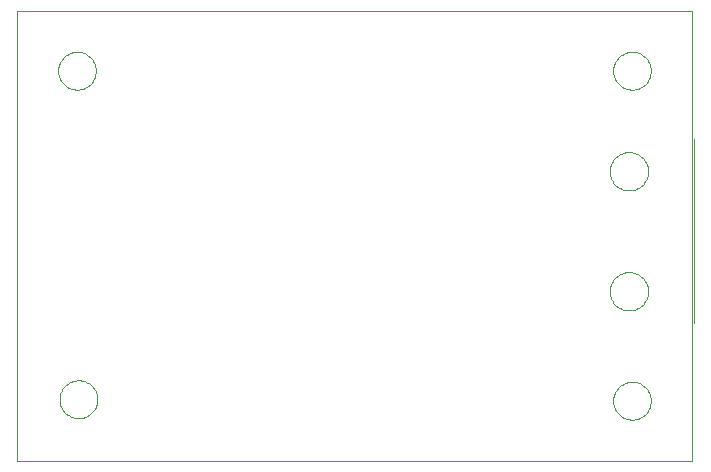
<source format=gko>
From c3ca4f95bd59f69d45e582a4149327f57a360760 Mon Sep 17 00:00:00 2001
From: jaseg <git@jaseg.de>
Date: Sun, 30 Jan 2022 20:11:38 +0100
Subject: Rename gerbonara/gerber package to just gerbonara

---
 gerbonara/tests/resources/board_outline.GKO | 503 ++++++++++++++++++++++++++++
 1 file changed, 503 insertions(+)
 create mode 100644 gerbonara/tests/resources/board_outline.GKO

(limited to 'gerbonara/tests/resources/board_outline.GKO')

diff --git a/gerbonara/tests/resources/board_outline.GKO b/gerbonara/tests/resources/board_outline.GKO
new file mode 100644
index 0000000..40b8c7d
--- /dev/null
+++ b/gerbonara/tests/resources/board_outline.GKO
@@ -0,0 +1,503 @@
+G75*
+%MOIN*%
+%OFA0B0*%
+%FSLAX24Y24*%
+%IPPOS*%
+%LPD*%
+%AMOC8*
+5,1,8,0,0,1.08239X$1,22.5*
+%
+%ADD10C,0.0000*%
+%ADD11C,0.0004*%
+D10*
+X000300Y003064D02*
+X000300Y018064D01*
+X022800Y018064D01*
+X022800Y003064D01*
+X000300Y003064D01*
+X001720Y005114D02*
+X001722Y005164D01*
+X001728Y005214D01*
+X001738Y005263D01*
+X001752Y005311D01*
+X001769Y005358D01*
+X001790Y005403D01*
+X001815Y005447D01*
+X001843Y005488D01*
+X001875Y005527D01*
+X001909Y005564D01*
+X001946Y005598D01*
+X001986Y005628D01*
+X002028Y005655D01*
+X002072Y005679D01*
+X002118Y005700D01*
+X002165Y005716D01*
+X002213Y005729D01*
+X002263Y005738D01*
+X002312Y005743D01*
+X002363Y005744D01*
+X002413Y005741D01*
+X002462Y005734D01*
+X002511Y005723D01*
+X002559Y005708D01*
+X002605Y005690D01*
+X002650Y005668D01*
+X002693Y005642D01*
+X002734Y005613D01*
+X002773Y005581D01*
+X002809Y005546D01*
+X002841Y005508D01*
+X002871Y005468D01*
+X002898Y005425D01*
+X002921Y005381D01*
+X002940Y005335D01*
+X002956Y005287D01*
+X002968Y005238D01*
+X002976Y005189D01*
+X002980Y005139D01*
+X002980Y005089D01*
+X002976Y005039D01*
+X002968Y004990D01*
+X002956Y004941D01*
+X002940Y004893D01*
+X002921Y004847D01*
+X002898Y004803D01*
+X002871Y004760D01*
+X002841Y004720D01*
+X002809Y004682D01*
+X002773Y004647D01*
+X002734Y004615D01*
+X002693Y004586D01*
+X002650Y004560D01*
+X002605Y004538D01*
+X002559Y004520D01*
+X002511Y004505D01*
+X002462Y004494D01*
+X002413Y004487D01*
+X002363Y004484D01*
+X002312Y004485D01*
+X002263Y004490D01*
+X002213Y004499D01*
+X002165Y004512D01*
+X002118Y004528D01*
+X002072Y004549D01*
+X002028Y004573D01*
+X001986Y004600D01*
+X001946Y004630D01*
+X001909Y004664D01*
+X001875Y004701D01*
+X001843Y004740D01*
+X001815Y004781D01*
+X001790Y004825D01*
+X001769Y004870D01*
+X001752Y004917D01*
+X001738Y004965D01*
+X001728Y005014D01*
+X001722Y005064D01*
+X001720Y005114D01*
+X001670Y016064D02*
+X001672Y016114D01*
+X001678Y016164D01*
+X001688Y016213D01*
+X001702Y016261D01*
+X001719Y016308D01*
+X001740Y016353D01*
+X001765Y016397D01*
+X001793Y016438D01*
+X001825Y016477D01*
+X001859Y016514D01*
+X001896Y016548D01*
+X001936Y016578D01*
+X001978Y016605D01*
+X002022Y016629D01*
+X002068Y016650D01*
+X002115Y016666D01*
+X002163Y016679D01*
+X002213Y016688D01*
+X002262Y016693D01*
+X002313Y016694D01*
+X002363Y016691D01*
+X002412Y016684D01*
+X002461Y016673D01*
+X002509Y016658D01*
+X002555Y016640D01*
+X002600Y016618D01*
+X002643Y016592D01*
+X002684Y016563D01*
+X002723Y016531D01*
+X002759Y016496D01*
+X002791Y016458D01*
+X002821Y016418D01*
+X002848Y016375D01*
+X002871Y016331D01*
+X002890Y016285D01*
+X002906Y016237D01*
+X002918Y016188D01*
+X002926Y016139D01*
+X002930Y016089D01*
+X002930Y016039D01*
+X002926Y015989D01*
+X002918Y015940D01*
+X002906Y015891D01*
+X002890Y015843D01*
+X002871Y015797D01*
+X002848Y015753D01*
+X002821Y015710D01*
+X002791Y015670D01*
+X002759Y015632D01*
+X002723Y015597D01*
+X002684Y015565D01*
+X002643Y015536D01*
+X002600Y015510D01*
+X002555Y015488D01*
+X002509Y015470D01*
+X002461Y015455D01*
+X002412Y015444D01*
+X002363Y015437D01*
+X002313Y015434D01*
+X002262Y015435D01*
+X002213Y015440D01*
+X002163Y015449D01*
+X002115Y015462D01*
+X002068Y015478D01*
+X002022Y015499D01*
+X001978Y015523D01*
+X001936Y015550D01*
+X001896Y015580D01*
+X001859Y015614D01*
+X001825Y015651D01*
+X001793Y015690D01*
+X001765Y015731D01*
+X001740Y015775D01*
+X001719Y015820D01*
+X001702Y015867D01*
+X001688Y015915D01*
+X001678Y015964D01*
+X001672Y016014D01*
+X001670Y016064D01*
+X020060Y012714D02*
+X020062Y012764D01*
+X020068Y012814D01*
+X020078Y012863D01*
+X020091Y012912D01*
+X020109Y012959D01*
+X020130Y013005D01*
+X020154Y013048D01*
+X020182Y013090D01*
+X020213Y013130D01*
+X020247Y013167D01*
+X020284Y013201D01*
+X020324Y013232D01*
+X020366Y013260D01*
+X020409Y013284D01*
+X020455Y013305D01*
+X020502Y013323D01*
+X020551Y013336D01*
+X020600Y013346D01*
+X020650Y013352D01*
+X020700Y013354D01*
+X020750Y013352D01*
+X020800Y013346D01*
+X020849Y013336D01*
+X020898Y013323D01*
+X020945Y013305D01*
+X020991Y013284D01*
+X021034Y013260D01*
+X021076Y013232D01*
+X021116Y013201D01*
+X021153Y013167D01*
+X021187Y013130D01*
+X021218Y013090D01*
+X021246Y013048D01*
+X021270Y013005D01*
+X021291Y012959D01*
+X021309Y012912D01*
+X021322Y012863D01*
+X021332Y012814D01*
+X021338Y012764D01*
+X021340Y012714D01*
+X021338Y012664D01*
+X021332Y012614D01*
+X021322Y012565D01*
+X021309Y012516D01*
+X021291Y012469D01*
+X021270Y012423D01*
+X021246Y012380D01*
+X021218Y012338D01*
+X021187Y012298D01*
+X021153Y012261D01*
+X021116Y012227D01*
+X021076Y012196D01*
+X021034Y012168D01*
+X020991Y012144D01*
+X020945Y012123D01*
+X020898Y012105D01*
+X020849Y012092D01*
+X020800Y012082D01*
+X020750Y012076D01*
+X020700Y012074D01*
+X020650Y012076D01*
+X020600Y012082D01*
+X020551Y012092D01*
+X020502Y012105D01*
+X020455Y012123D01*
+X020409Y012144D01*
+X020366Y012168D01*
+X020324Y012196D01*
+X020284Y012227D01*
+X020247Y012261D01*
+X020213Y012298D01*
+X020182Y012338D01*
+X020154Y012380D01*
+X020130Y012423D01*
+X020109Y012469D01*
+X020091Y012516D01*
+X020078Y012565D01*
+X020068Y012614D01*
+X020062Y012664D01*
+X020060Y012714D01*
+X020170Y016064D02*
+X020172Y016114D01*
+X020178Y016164D01*
+X020188Y016213D01*
+X020202Y016261D01*
+X020219Y016308D01*
+X020240Y016353D01*
+X020265Y016397D01*
+X020293Y016438D01*
+X020325Y016477D01*
+X020359Y016514D01*
+X020396Y016548D01*
+X020436Y016578D01*
+X020478Y016605D01*
+X020522Y016629D01*
+X020568Y016650D01*
+X020615Y016666D01*
+X020663Y016679D01*
+X020713Y016688D01*
+X020762Y016693D01*
+X020813Y016694D01*
+X020863Y016691D01*
+X020912Y016684D01*
+X020961Y016673D01*
+X021009Y016658D01*
+X021055Y016640D01*
+X021100Y016618D01*
+X021143Y016592D01*
+X021184Y016563D01*
+X021223Y016531D01*
+X021259Y016496D01*
+X021291Y016458D01*
+X021321Y016418D01*
+X021348Y016375D01*
+X021371Y016331D01*
+X021390Y016285D01*
+X021406Y016237D01*
+X021418Y016188D01*
+X021426Y016139D01*
+X021430Y016089D01*
+X021430Y016039D01*
+X021426Y015989D01*
+X021418Y015940D01*
+X021406Y015891D01*
+X021390Y015843D01*
+X021371Y015797D01*
+X021348Y015753D01*
+X021321Y015710D01*
+X021291Y015670D01*
+X021259Y015632D01*
+X021223Y015597D01*
+X021184Y015565D01*
+X021143Y015536D01*
+X021100Y015510D01*
+X021055Y015488D01*
+X021009Y015470D01*
+X020961Y015455D01*
+X020912Y015444D01*
+X020863Y015437D01*
+X020813Y015434D01*
+X020762Y015435D01*
+X020713Y015440D01*
+X020663Y015449D01*
+X020615Y015462D01*
+X020568Y015478D01*
+X020522Y015499D01*
+X020478Y015523D01*
+X020436Y015550D01*
+X020396Y015580D01*
+X020359Y015614D01*
+X020325Y015651D01*
+X020293Y015690D01*
+X020265Y015731D01*
+X020240Y015775D01*
+X020219Y015820D01*
+X020202Y015867D01*
+X020188Y015915D01*
+X020178Y015964D01*
+X020172Y016014D01*
+X020170Y016064D01*
+X020060Y008714D02*
+X020062Y008764D01*
+X020068Y008814D01*
+X020078Y008863D01*
+X020091Y008912D01*
+X020109Y008959D01*
+X020130Y009005D01*
+X020154Y009048D01*
+X020182Y009090D01*
+X020213Y009130D01*
+X020247Y009167D01*
+X020284Y009201D01*
+X020324Y009232D01*
+X020366Y009260D01*
+X020409Y009284D01*
+X020455Y009305D01*
+X020502Y009323D01*
+X020551Y009336D01*
+X020600Y009346D01*
+X020650Y009352D01*
+X020700Y009354D01*
+X020750Y009352D01*
+X020800Y009346D01*
+X020849Y009336D01*
+X020898Y009323D01*
+X020945Y009305D01*
+X020991Y009284D01*
+X021034Y009260D01*
+X021076Y009232D01*
+X021116Y009201D01*
+X021153Y009167D01*
+X021187Y009130D01*
+X021218Y009090D01*
+X021246Y009048D01*
+X021270Y009005D01*
+X021291Y008959D01*
+X021309Y008912D01*
+X021322Y008863D01*
+X021332Y008814D01*
+X021338Y008764D01*
+X021340Y008714D01*
+X021338Y008664D01*
+X021332Y008614D01*
+X021322Y008565D01*
+X021309Y008516D01*
+X021291Y008469D01*
+X021270Y008423D01*
+X021246Y008380D01*
+X021218Y008338D01*
+X021187Y008298D01*
+X021153Y008261D01*
+X021116Y008227D01*
+X021076Y008196D01*
+X021034Y008168D01*
+X020991Y008144D01*
+X020945Y008123D01*
+X020898Y008105D01*
+X020849Y008092D01*
+X020800Y008082D01*
+X020750Y008076D01*
+X020700Y008074D01*
+X020650Y008076D01*
+X020600Y008082D01*
+X020551Y008092D01*
+X020502Y008105D01*
+X020455Y008123D01*
+X020409Y008144D01*
+X020366Y008168D01*
+X020324Y008196D01*
+X020284Y008227D01*
+X020247Y008261D01*
+X020213Y008298D01*
+X020182Y008338D01*
+X020154Y008380D01*
+X020130Y008423D01*
+X020109Y008469D01*
+X020091Y008516D01*
+X020078Y008565D01*
+X020068Y008614D01*
+X020062Y008664D01*
+X020060Y008714D01*
+X020170Y005064D02*
+X020172Y005114D01*
+X020178Y005164D01*
+X020188Y005213D01*
+X020202Y005261D01*
+X020219Y005308D01*
+X020240Y005353D01*
+X020265Y005397D01*
+X020293Y005438D01*
+X020325Y005477D01*
+X020359Y005514D01*
+X020396Y005548D01*
+X020436Y005578D01*
+X020478Y005605D01*
+X020522Y005629D01*
+X020568Y005650D01*
+X020615Y005666D01*
+X020663Y005679D01*
+X020713Y005688D01*
+X020762Y005693D01*
+X020813Y005694D01*
+X020863Y005691D01*
+X020912Y005684D01*
+X020961Y005673D01*
+X021009Y005658D01*
+X021055Y005640D01*
+X021100Y005618D01*
+X021143Y005592D01*
+X021184Y005563D01*
+X021223Y005531D01*
+X021259Y005496D01*
+X021291Y005458D01*
+X021321Y005418D01*
+X021348Y005375D01*
+X021371Y005331D01*
+X021390Y005285D01*
+X021406Y005237D01*
+X021418Y005188D01*
+X021426Y005139D01*
+X021430Y005089D01*
+X021430Y005039D01*
+X021426Y004989D01*
+X021418Y004940D01*
+X021406Y004891D01*
+X021390Y004843D01*
+X021371Y004797D01*
+X021348Y004753D01*
+X021321Y004710D01*
+X021291Y004670D01*
+X021259Y004632D01*
+X021223Y004597D01*
+X021184Y004565D01*
+X021143Y004536D01*
+X021100Y004510D01*
+X021055Y004488D01*
+X021009Y004470D01*
+X020961Y004455D01*
+X020912Y004444D01*
+X020863Y004437D01*
+X020813Y004434D01*
+X020762Y004435D01*
+X020713Y004440D01*
+X020663Y004449D01*
+X020615Y004462D01*
+X020568Y004478D01*
+X020522Y004499D01*
+X020478Y004523D01*
+X020436Y004550D01*
+X020396Y004580D01*
+X020359Y004614D01*
+X020325Y004651D01*
+X020293Y004690D01*
+X020265Y004731D01*
+X020240Y004775D01*
+X020219Y004820D01*
+X020202Y004867D01*
+X020188Y004915D01*
+X020178Y004964D01*
+X020172Y005014D01*
+X020170Y005064D01*
+D11*
+X022869Y007639D02*
+X022869Y013789D01*
+M02*
-- 
cgit 


</source>
